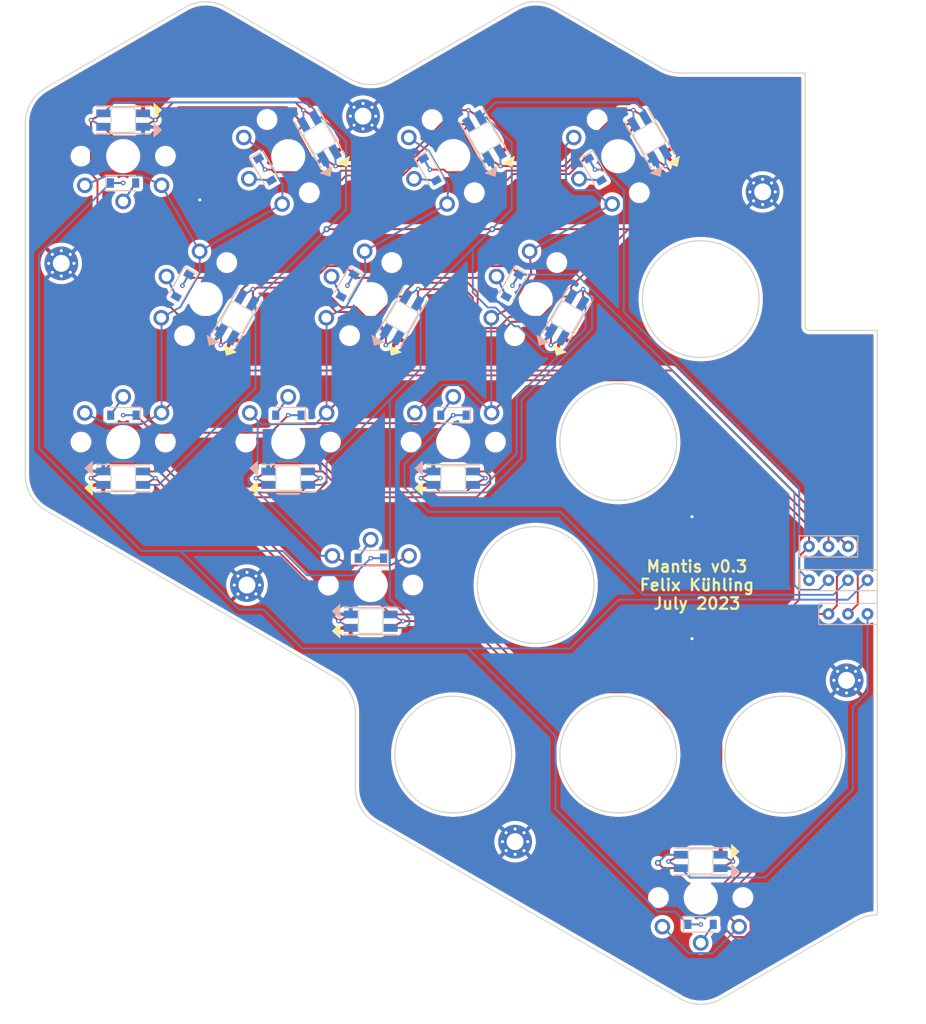
<source format=kicad_pcb>
(kicad_pcb (version 20211014) (generator pcbnew)
  (title_block (title "mantis_reversible_split") (rev "v1.0.0") (company "Unknown"))
  (layers (0 "F.Cu" signal) (31 "B.Cu" signal) (34 "B.Paste" user) (35 "F.Paste" user) (36 "B.SilkS" user "B.Silkscreen") (37 "F.SilkS" user "F.Silkscreen") (38 "B.Mask" user) (39 "F.Mask" user) (44 "Edge.Cuts" user))
  (net 0 "")
  (net 1 "C1")
  (net 2 "c1_r3")
  (net 3 "C2")
  (net 4 "c2_r3")
  (net 5 "C3")
  (net 6 "c3_r3")
  (net 7 "c1_r2")
  (net 8 "c2_r2")
  (net 9 "c3_r2")
  (net 10 "c1_r1")
  (net 11 "c2_r1")
  (net 12 "c3_r1")
  (net 13 "c1_rt")
  (net 14 "c2_rt")
  (net 15 "c3_rt")
  (net 16 "R3")
  (net 17 "R2")
  (net 18 "R1")
  (net 19 "RT")
  (net 20 "di_c1_r3")
  (net 21 "VCC")
  (net 22 "GND")
  (net 23 "di_c2_r3")
  (net 24 "di_c3_r3")
  (net 25 "di_c1_r2")
  (net 26 "di_c2_r2")
  (net 27 "di_c3_r2")
  (net 28 "di_c1_r1")
  (net 29 "di_c2_r1")
  (net 30 "di_c3_r1")
  (net 31 "di_c1_rt")
  (net 32 "di_c2_rt")
  (net 33 "di_c3_rt")
  (net 34 "do_c3_rt")
  (footprint "VIA-0.6mm" (layer "F.Cu") (at 181.45 113.08 180)
    (fp_text reference "REF**" hide)
    (fp_text value "VIA-0.6mm" hide)
  )
  (footprint "Mantis:SK6812_MINI-E" (layer "F.Cu") (at 213.570319 92.11 -120)
    (fp_text reference "LED6" hide)
    (fp_text value "" hide)
  )
  (footprint "PG1350" (layer "F.Cu") (at 231 167.7041 180)
    (fp_text reference "S12" hide)
    (fp_text value "" hide)
  )
  (footprint "VIA-0.6mm" (layer "F.Cu") (at 217.218911 72.89 -60)
    (fp_text reference "REF**" hide)
    (fp_text value "VIA-0.6mm" hide)
  )
  (footprint "VIA-0.6mm" (layer "F.Cu") (at 177.25 104.88 180)
    (fp_text reference "REF**" hide)
    (fp_text value "VIA-0.6mm" hide)
  )
  (footprint "PG1350" (layer "F.Cu") (at 209.5 89.76 60)
    (fp_text reference "S6" hide)
    (fp_text value "" hide)
  )
  (footprint "Mantis:SOD123-reversible" (layer "F.Cu") (at 177.25 104.88 180)
    (fp_text reference "D8" hide)
    (fp_text value "" hide)
  )
  (footprint "VIA-0.6mm" (layer "F.Cu") (at 215.670319 88.472693 -120)
    (fp_text reference "REF**" hide)
    (fp_text value "VIA-0.6mm" hide)
  )
  (footprint "VIA-0.6mm" (layer "F.Cu") (at 155.75 74.64)
    (fp_text reference "REF**" hide)
    (fp_text value "VIA-0.6mm" hide)
  )
  (footprint "Mantis:SK6812_MINI-E" (layer "F.Cu") (at 202.820319 68.79 -60)
    (fp_text reference "LED2" hide)
    (fp_text value "" hide)
  )
  (footprint "Mantis:SOD123-reversible" (layer "F.Cu") (at 231 171.2041)
    (fp_text reference "D12" hide)
    (fp_text value "" hide)
  )
  (footprint "VIA-0.6mm" (layer "F.Cu") (at 226.8 163.0041)
    (fp_text reference "REF**" hide)
    (fp_text value "VIA-0.6mm" hide)
  )
  (footprint "VIA-0.6mm" (layer "F.Cu") (at 184.968911 88.01 -120)
    (fp_text reference "REF**" hide)
    (fp_text value "VIA-0.6mm" hide)
  )
  (footprint "Mantis:SK6812_MINI-E" (layer "F.Cu") (at 198.75 113.08 180)
    (fp_text reference "LED9" hide)
    (fp_text value "" hide)
  )
  (footprint "VIA-0.6mm" (layer "F.Cu") (at 198.75 104.88 180)
    (fp_text reference "REF**" hide)
    (fp_text value "VIA-0.6mm" hide)
  )
  (footprint "Mantis:SOD123-reversible" (layer "F.Cu") (at 217.218911 72.89 -60)
    (fp_text reference "D3" hide)
    (fp_text value "" hide)
  )
  (footprint "Mantis:SK6812_MINI-E" (layer "F.Cu") (at 155.75 113.08 180)
    (fp_text reference "LED7" hide)
    (fp_text value "" hide)
  )
  (footprint "MountingHole:MountingHole_2.2mm_M2_Pad_Via" (layer "F.Cu") (at 206.8125 160.427931)
    (fp_text reference "PAD4" hide)
    (fp_text value "" hide)
  )
  (footprint "Mantis:SK6812_MINI-E" (layer "F.Cu") (at 181.320319 68.79 -60)
    (fp_text reference "LED1" hide)
    (fp_text value "" hide)
  )
  (footprint "PG1350" (layer "F.Cu") (at 155.75 71.14 180)
    (fp_text reference "S10" hide)
    (fp_text value "" hide)
  )
  (footprint "Mantis:SOD123-reversible" (layer "F.Cu") (at 206.468911 88.01 -120)
    (fp_text reference "D6" hide)
    (fp_text value "" hide)
  )
  (footprint "PG1350" (layer "F.Cu") (at 155.75 108.38)
    (fp_text reference "S7" hide)
    (fp_text value "" hide)
  )
  (footprint "MountingHole:MountingHole_2.2mm_M2_Pad_Via" (layer "F.Cu") (at 239.0625 75.795)
    (fp_text reference "PAD6" hide)
    (fp_text value "" hide)
  )
  (footprint "VIA-0.6mm" (layer "F.Cu") (at 231 171.2041)
    (fp_text reference "REF**" hide)
    (fp_text value "VIA-0.6mm" hide)
  )
  (footprint "Mantis:SOD123-reversible" (layer "F.Cu") (at 195.718911 72.89 -60)
    (fp_text reference "D2" hide)
    (fp_text value "" hide)
  )
  (footprint "VIA-0.6mm" (layer "F.Cu") (at 151.55 113.08 180)
    (fp_text reference "REF**" hide)
    (fp_text value "VIA-0.6mm" hide)
  )
  (footprint "Mantis:SK6812_MINI-E" (layer "F.Cu") (at 231 163.0041)
    (fp_text reference "LED12" hide)
    (fp_text value "" hide)
  )
  (footprint "MountingHole:MountingHole_2.2mm_M2_Pad_Via" (layer "F.Cu") (at 147.6875 85.105)
    (fp_text reference "PAD1" hide)
    (fp_text value "" hide)
  )
  (footprint "PG1350" (layer "F.Cu") (at 188 89.76 60)
    (fp_text reference "S5" hide)
    (fp_text value "" hide)
  )
  (footprint "PG1350" (layer "F.Cu") (at 177.25 71.14 120)
    (fp_text reference "S1" hide)
    (fp_text value "" hide)
  )
  (footprint "VIA-0.6mm" (layer "F.Cu") (at 194.170319 88.472693 -120)
    (fp_text reference "REF**" hide)
    (fp_text value "VIA-0.6mm" hide)
  )
  (footprint "VIA-0.6mm" (layer "F.Cu") (at 183.8 131.7 180)
    (fp_text reference "REF**" hide)
    (fp_text value "VIA-0.6mm" hide)
  )
  (footprint "Mantis:SOD123-reversible" (layer "F.Cu") (at 174.218911 72.89 -60)
    (fp_text reference "D1" hide)
    (fp_text value "" hide)
  )
  (footprint "VIA-0.6mm" (layer "F.Cu") (at 192.2 131.7 180)
    (fp_text reference "REF**" hide)
    (fp_text value "VIA-0.6mm" hide)
  )
  (footprint "Mantis:SK6812_MINI-E" (layer "F.Cu") (at 224.320319 68.79 -60)
    (fp_text reference "LED3" hide)
    (fp_text value "" hide)
  )
  (footprint "Mantis:SK6812_MINI-E" (layer "F.Cu") (at 192.070319 92.11 -120)
    (fp_text reference "LED5" hide)
    (fp_text value "" hide)
  )
  (footprint "VIA-0.6mm" (layer "F.Cu") (at 211.470319 95.747307 -120)
    (fp_text reference "REF**" hide)
    (fp_text value "VIA-0.6mm" hide)
  )
  (footprint "Mantis:SOD123-reversible" (layer "F.Cu") (at 163.468911 88.01 -120)
    (fp_text reference "D4" hide)
    (fp_text value "" hide)
  )
  (footprint "VIA-0.6mm" (layer "F.Cu") (at 151.55 66.44)
    (fp_text reference "REF**" hide)
    (fp_text value "VIA-0.6mm" hide)
  )
  (footprint "Mantis:SOD123-reversible" (layer "F.Cu") (at 155.75 74.64)
    (fp_text reference "D10" hide)
    (fp_text value "" hide)
  )
  (footprint "VIA-0.6mm" (layer "F.Cu") (at 159.95 113.08 180)
    (fp_text reference "REF**" hide)
    (fp_text value "VIA-0.6mm" hide)
  )
  (footprint "PG1350" (layer "F.Cu") (at 188 127)
    (fp_text reference "S11" hide)
    (fp_text value "" hide)
  )
  (footprint "VIA-0.6mm" (layer "F.Cu") (at 183.420319 72.427307 -60)
    (fp_text reference "REF**" hide)
    (fp_text value "VIA-0.6mm" hide)
  )
  (footprint "MountingHole:MountingHole_2.2mm_M2_Pad_Via" (layer "F.Cu") (at 250 139.413333)
    (fp_text reference "PAD5" hide)
    (fp_text value "" hide)
  )
  (footprint "PG1350" (layer "F.Cu") (at 198.75 71.14 120)
    (fp_text reference "S2" hide)
    (fp_text value "" hide)
  )
  (footprint "VIA-0.6mm" (layer "F.Cu") (at 173.05 113.08 180)
    (fp_text reference "REF**" hide)
    (fp_text value "VIA-0.6mm" hide)
  )
  (footprint "VIA-0.6mm" (layer "F.Cu") (at 155.75 104.88 180)
    (fp_text reference "REF**" hide)
    (fp_text value "VIA-0.6mm" hide)
  )
  (footprint "VIA-0.6mm" (layer "F.Cu") (at 189.970319 95.747307 -120)
    (fp_text reference "REF**" hide)
    (fp_text value "VIA-0.6mm" hide)
  )
  (footprint "VIA-0.6mm" (layer "F.Cu") (at 194.55 113.08 180)
    (fp_text reference "REF**" hide)
    (fp_text value "VIA-0.6mm" hide)
  )
  (footprint "VIA-0.6mm" (layer "F.Cu") (at 163.468911 88.01 -120)
    (fp_text reference "REF**" hide)
    (fp_text value "VIA-0.6mm" hide)
  )
  (footprint "VIA-0.6mm" (layer "F.Cu") (at 226.420319 72.427307 -60)
    (fp_text reference "REF**" hide)
    (fp_text value "VIA-0.6mm" hide)
  )
  (footprint "PG1350" (layer "F.Cu") (at 166.5 89.76 60)
    (fp_text reference "S4" hide)
    (fp_text value "" hide)
  )
  (footprint "PG1350" (layer "F.Cu") (at 220.25 71.14 120)
    (fp_text reference "S3" hide)
    (fp_text value "" hide)
  )
  (footprint "VIA-0.6mm" (layer "F.Cu") (at 172.670319 88.472693 -120)
    (fp_text reference "REF**" hide)
    (fp_text value "VIA-0.6mm" hide)
  )
  (footprint "VIA-0.6mm" (layer "F.Cu") (at 202.95 113.08 180)
    (fp_text reference "REF**" hide)
    (fp_text value "VIA-0.6mm" hide)
  )
  (footprint "VIA-0.6mm" (layer "F.Cu") (at 222.220319 65.152693 -60)
    (fp_text reference "REF**" hide)
    (fp_text value "VIA-0.6mm" hide)
  )
  (footprint "PG1350" (layer "F.Cu") (at 198.75 108.38)
    (fp_text reference "S9" hide)
    (fp_text value "" hide)
  )
  (footprint "Mantis:SOD123-reversible" (layer "F.Cu") (at 198.75 104.88 180)
    (fp_text reference "D9" hide)
    (fp_text value "" hide)
  )
  (footprint "VIA-0.6mm" (layer "F.Cu") (at 204.920319 72.427307 -60)
    (fp_text reference "REF**" hide)
    (fp_text value "VIA-0.6mm" hide)
  )
  (footprint "PG1350" (layer "F.Cu") (at 177.25 108.38)
    (fp_text reference "S8" hide)
    (fp_text value "" hide)
  )
  (footprint "Mantis:Connector-10pin-reversible" (layer "F.Cu") (at 254 126.366025)
    (fp_text reference "MCU1" hide)
    (fp_text value "" hide)
  )
  (footprint "Mantis:SOD123-reversible" (layer "F.Cu") (at 155.75 104.88 180)
    (fp_text reference "D7" hide)
    (fp_text value "" hide)
  )
  (footprint "MountingHole:MountingHole_2.2mm_M2_Pad_Via" (layer "F.Cu") (at 187 65.933333)
    (fp_text reference "PAD3" hide)
    (fp_text value "" hide)
  )
  (footprint "VIA-0.6mm" (layer "F.Cu") (at 195.718911 72.89 -60)
    (fp_text reference "REF**" hide)
    (fp_text value "VIA-0.6mm" hide)
  )
  (footprint "VIA-0.6mm" (layer "F.Cu") (at 235.2 163.0041)
    (fp_text reference "REF**" hide)
    (fp_text value "VIA-0.6mm" hide)
  )
  (footprint "VIA-0.6mm" (layer "F.Cu") (at 206.468911 88.01 -120)
    (fp_text reference "REF**" hide)
    (fp_text value "VIA-0.6mm" hide)
  )
  (footprint "VIA-0.6mm" (layer "F.Cu") (at 168.470319 95.747307 -120)
    (fp_text reference "REF**" hide)
    (fp_text value "VIA-0.6mm" hide)
  )
  (footprint "Mantis:SK6812_MINI-E" (layer "F.Cu") (at 170.570319 92.11 -120)
    (fp_text reference "LED4" hide)
    (fp_text value "" hide)
  )
  (footprint "VIA-0.6mm" (layer "F.Cu") (at 159.95 66.44)
    (fp_text reference "REF**" hide)
    (fp_text value "VIA-0.6mm" hide)
  )
  (footprint "Mantis:SK6812_MINI-E" (layer "F.Cu") (at 177.25 113.08 180)
    (fp_text reference "LED8" hide)
    (fp_text value "" hide)
  )
  (footprint "MountingHole:MountingHole_2.2mm_M2_Pad_Via" (layer "F.Cu") (at 171.875 127)
    (fp_text reference "PAD2" hide)
    (fp_text value "" hide)
  )
  (footprint "Mantis:SK6812_MINI-E" (layer "F.Cu") (at 155.75 66.44)
    (fp_text reference "LED10" hide)
    (fp_text value "" hide)
  )
  (footprint "VIA-0.6mm" (layer "F.Cu") (at 174.218911 72.89 -60)
    (fp_text reference "REF**" hide)
    (fp_text value "VIA-0.6mm" hide)
  )
  (footprint "VIA-0.6mm" (layer "F.Cu") (at 200.720319 65.152693 -60)
    (fp_text reference "REF**" hide)
    (fp_text value "VIA-0.6mm" hide)
  )
  (footprint "VIA-0.6mm" (layer "F.Cu") (at 179.220319 65.152693 -60)
    (fp_text reference "REF**" hide)
    (fp_text value "VIA-0.6mm" hide)
  )
  (footprint "VIA-0.6mm" (layer "F.Cu") (at 188 123.5 180)
    (fp_text reference "REF**" hide)
    (fp_text value "VIA-0.6mm" hide)
  )
  (footprint "Mantis:SOD123-reversible" (layer "F.Cu") (at 184.968911 88.01 -120)
    (fp_text reference "D5" hide)
    (fp_text value "" hide)
  )
  (footprint "Mantis:SK6812_MINI-E" (layer "F.Cu") (at 188 131.7 180)
    (fp_text reference "LED11" hide)
    (fp_text value "" hide)
  )
  (footprint "Mantis:SOD123-reversible" (layer "F.Cu") (at 188 123.5 180)
    (fp_text reference "D11" hide)
    (fp_text value "" hide)
  )
  (gr_arc (start 233.635046 180.905454) (mid 231.000001 181.611526) (end 228.364955 180.905454) (layer "Edge.Cuts") (width 0.15))
  (gr_arc (start 226.305961 69.02923) (mid 226.345921 69.332758) (end 226.15955 69.575641) (layer "Edge.Cuts") (width 0.15))
  (gr_arc (start 192.85596 93.949231) (mid 192.613078 94.135601) (end 192.30955 94.095641) (layer "Edge.Cuts") (width 0.15))
  (gr_arc (start 199.95 111.48) (mid 200.232843 111.597157) (end 200.35 111.88) (layer "Edge.Cuts") (width 0.15))
  (gr_line (start 226.30596 69.02923) (end 225.10596 66.950769) (layer "Edge.Cuts") (width 0.15))
  (gr_arc (start 200.834679 68.550769) (mid 200.794719 68.247241) (end 200.981089 68.004359) (layer "Edge.Cuts") (width 0.15))
  (gr_arc (start 168.731088 92.895641) (mid 168.544718 92.652758) (end 168.584679 92.34923) (layer "Edge.Cuts") (width 0.15))
  (gr_line (start 204.80596 69.02923) (end 203.60596 66.950769) (layer "Edge.Cuts") (width 0.15))
  (gr_line (start 224.081089 70.775641) (end 226.15955 69.575641) (layer "Edge.Cuts") (width 0.15))
  (gr_arc (start 200.35 114.28) (mid 200.232843 114.562843) (end 199.95 114.68) (layer "Edge.Cuts") (width 0.15))
  (gr_circle (center 241.75 149.0841) (end 249.35 149.0841) (layer "Edge.Cuts") (width 0.15) (fill none))
  (gr_arc (start 183.365048 139.046706) (mid 185.293968 140.975656) (end 186 143.610632) (layer "Edge.Cuts") (width 0.15))
  (gr_line (start 192.85596 93.94923) (end 194.05596 91.87077) (layer "Edge.Cuts") (width 0.15))
  (gr_arc (start 172.409551 91.324359) (mid 172.595921 91.567242) (end 172.55596 91.87077) (layer "Edge.Cuts") (width 0.15))
  (gr_arc (start 181.55955 66.804359) (mid 181.863078 66.764399) (end 182.10596 66.950769) (layer "Edge.Cuts") (width 0.15))
  (gr_arc (start 178.45 111.48) (mid 178.732843 111.597157) (end 178.85 111.88) (layer "Edge.Cuts") (width 0.15))
  (gr_line (start 212.784679 90.270769) (end 211.584679 92.34923) (layer "Edge.Cuts") (width 0.15))
  (gr_arc (start 211.731088 92.895641) (mid 211.544718 92.652758) (end 211.584679 92.34923) (layer "Edge.Cuts") (width 0.15))
  (gr_line (start 183.365048 139.046706) (end 145.634952 117.262694) (layer "Edge.Cuts") (width 0.15))
  (gr_line (start 169.135045 51.731981) (end 185.364952 61.10255) (layer "Edge.Cuts") (width 0.15))
  (gr_arc (start 143 66.821236) (mid 143.706033 64.186258) (end 145.634956 62.257307) (layer "Edge.Cuts") (width 0.15))
  (gr_line (start 156.95 111.48) (end 154.55 111.48) (layer "Edge.Cuts") (width 0.15))
  (gr_arc (start 190.635048 61.10255) (mid 188 61.808624) (end 185.364952 61.10255) (layer "Edge.Cuts") (width 0.15))
  (gr_arc (start 157.35 114.28) (mid 157.232843 114.562843) (end 156.95 114.68) (layer "Edge.Cuts") (width 0.15))
  (gr_line (start 191.284679 90.270769) (end 190.084679 92.34923) (layer "Edge.Cuts") (width 0.15))
  (gr_line (start 181.55955 66.804359) (end 179.481089 68.004359) (layer "Edge.Cuts") (width 0.15))
  (gr_line (start 172.40955 91.324359) (end 170.331089 90.124359) (layer "Edge.Cuts") (width 0.15))
  (gr_line (start 224.55955 66.804359) (end 222.481089 68.004359) (layer "Edge.Cuts") (width 0.15))
  (gr_line (start 200.834679 68.550769) (end 202.034679 70.62923) (layer "Edge.Cuts") (width 0.15))
  (gr_arc (start 179.334679 68.550769) (mid 179.294719 68.247241) (end 179.481089 68.004359) (layer "Edge.Cuts") (width 0.15))
  (gr_line (start 229.4 161.8041) (end 229.4 164.2041) (layer "Edge.Cuts") (width 0.15))
  (gr_arc (start 212.784679 90.270769) (mid 213.027561 90.084399) (end 213.331089 90.124359) (layer "Edge.Cuts") (width 0.15))
  (gr_arc (start 154.15 111.88) (mid 154.267157 111.597157) (end 154.55 111.48) (layer "Edge.Cuts") (width 0.15))
  (gr_arc (start 229.4 161.8041) (mid 229.517157 161.521257) (end 229.8 161.4041) (layer "Edge.Cuts") (width 0.15))
  (gr_arc (start 232.2 161.4041) (mid 232.482843 161.521257) (end 232.6 161.8041) (layer "Edge.Cuts") (width 0.15))
  (gr_line (start 245.11 93.834533) (end 254 93.834533) (layer "Edge.Cuts") (width 0.15))
  (gr_line (start 190.635048 61.10255) (end 206.864953 51.731982) (layer "Edge.Cuts") (width 0.15))
  (gr_line (start 232.6 164.2041) (end 232.6 161.8041) (layer "Edge.Cuts") (width 0.15))
  (gr_arc (start 163.864953 51.731979) (mid 166.499999 51.025907) (end 169.135045 51.731981) (layer "Edge.Cuts") (width 0.15))
  (gr_line (start 222.334679 68.550769) (end 223.534679 70.62923) (layer "Edge.Cuts") (width 0.15))
  (gr_arc (start 202.581089 70.77564) (mid 202.277561 70.8156) (end 202.034679 70.62923) (layer "Edge.Cuts") (width 0.15))
  (gr_arc (start 183.305961 69.02923) (mid 183.345921 69.332758) (end 183.15955 69.575641) (layer "Edge.Cuts") (width 0.15))
  (gr_arc (start 156.95 111.48) (mid 157.232843 111.597157) (end 157.35 111.88) (layer "Edge.Cuts") (width 0.15))
  (gr_line (start 212.135048 51.731981) (end 225.777189 59.60846) (layer "Edge.Cuts") (width 0.15))
  (gr_arc (start 224.081089 70.77564) (mid 223.777561 70.8156) (end 223.534679 70.62923) (layer "Edge.Cuts") (width 0.15))
  (gr_line (start 143 112.698768) (end 143 66.821236) (layer "Edge.Cuts") (width 0.15))
  (gr_line (start 157.35 114.28) (end 157.35 111.88) (layer "Edge.Cuts") (width 0.15))
  (gr_line (start 228.364955 180.905454) (end 188.634954 157.966794) (layer "Edge.Cuts") (width 0.15))
  (gr_line (start 186 153.402866) (end 186 143.610632) (layer "Edge.Cuts") (width 0.15))
  (gr_arc (start 169.784679 90.270769) (mid 170.027561 90.084399) (end 170.331089 90.124359) (layer "Edge.Cuts") (width 0.15))
  (gr_arc (start 203.05955 66.804359) (mid 203.363078 66.764399) (end 203.60596 66.950769) (layer "Edge.Cuts") (width 0.15))
  (gr_arc (start 175.65 111.88) (mid 175.767157 111.597157) (end 176.05 111.48) (layer "Edge.Cuts") (width 0.15))
  (gr_line (start 200.35 114.28) (end 200.35 111.88) (layer "Edge.Cuts") (width 0.15))
  (gr_circle (center 198.75 149.0841) (end 206.35 149.0841) (layer "Edge.Cuts") (width 0.15) (fill none))
  (gr_line (start 203.05955 66.804359) (end 200.981089 68.004359) (layer "Edge.Cuts") (width 0.15))
  (gr_arc (start 251.364955 170.668853) (mid 252.635999 170.142359) (end 254 169.962781) (layer "Edge.Cuts") (width 0.15))
  (gr_line (start 154.15 111.88) (end 154.15 114.28) (layer "Edge.Cuts") (width 0.15))
  (gr_line (start 154.15 65.24) (end 154.15 67.64) (layer "Edge.Cuts") (width 0.15))
  (gr_line (start 168.731089 92.895641) (end 170.80955 94.095641) (layer "Edge.Cuts") (width 0.15))
  (gr_line (start 175.65 111.88) (end 175.65 114.28) (layer "Edge.Cuts") (width 0.15))
  (gr_line (start 254 169.962781) (end 254 93.834533) (layer "Edge.Cuts") (width 0.15))
  (gr_line (start 215.40955 91.324359) (end 213.331089 90.124359) (layer "Edge.Cuts") (width 0.15))
  (gr_arc (start 245.11 93.834533) (mid 244.756447 93.688086) (end 244.61 93.334533) (layer "Edge.Cuts") (width 0.15))
  (gr_arc (start 228.412235 60.314533) (mid 227.048233 60.134955) (end 225.777189 59.60846) (layer "Edge.Cuts") (width 0.15))
  (gr_circle (center 231 89.76) (end 238.6 89.76) (layer "Edge.Cuts") (width 0.15) (fill none))
  (gr_arc (start 154.55 114.68) (mid 154.267157 114.562843) (end 154.15 114.28) (layer "Edge.Cuts") (width 0.15))
  (gr_line (start 197.15 111.88) (end 197.15 114.28) (layer "Edge.Cuts") (width 0.15))
  (gr_arc (start 232.6 164.2041) (mid 232.482843 164.486943) (end 232.2 164.6041) (layer "Edge.Cuts") (width 0.15))
  (gr_circle (center 220.25 149.0841) (end 227.85 149.0841) (layer "Edge.Cuts") (width 0.15) (fill none))
  (gr_line (start 229.8 164.6041) (end 232.2 164.6041) (layer "Edge.Cuts") (width 0.15))
  (gr_line (start 186.4 130.5) (end 186.4 132.9) (layer "Edge.Cuts") (width 0.15))
  (gr_line (start 178.45 111.48) (end 176.05 111.48) (layer "Edge.Cuts") (width 0.15))
  (gr_arc (start 171.35596 93.949231) (mid 171.113078 94.135601) (end 170.80955 94.095641) (layer "Edge.Cuts") (width 0.15))
  (gr_arc (start 186.4 130.5) (mid 186.517157 130.217157) (end 186.8 130.1) (layer "Edge.Cuts") (width 0.15))
  (gr_arc (start 154.15 65.24) (mid 154.267157 64.957157) (end 154.55 64.84) (layer "Edge.Cuts") (width 0.15))
  (gr_line (start 199.95 111.48) (end 197.55 111.48) (layer "Edge.Cuts") (width 0.15))
  (gr_arc (start 178.85 114.28) (mid 178.732843 114.562843) (end 178.45 114.68) (layer "Edge.Cuts") (width 0.15))
  (gr_line (start 251.364955 170.668853) (end 233.635045 180.905454) (layer "Edge.Cuts") (width 0.15))
  (gr_arc (start 176.05 114.68) (mid 175.767157 114.562843) (end 175.65 114.28) (layer "Edge.Cuts") (width 0.15))
  (gr_arc (start 222.334679 68.550769) (mid 222.294719 68.247241) (end 222.481089 68.004359) (layer "Edge.Cuts") (width 0.15))
  (gr_arc (start 193.909551 91.324359) (mid 194.095921 91.567242) (end 194.05596 91.87077) (layer "Edge.Cuts") (width 0.15))
  (gr_arc (start 191.284679 90.270769) (mid 191.527561 90.084399) (end 191.831089 90.124359) (layer "Edge.Cuts") (width 0.15))
  (gr_line (start 193.90955 91.324359) (end 191.831089 90.124359) (layer "Edge.Cuts") (width 0.15))
  (gr_arc (start 189.2 130.1) (mid 189.482843 130.217157) (end 189.6 130.5) (layer "Edge.Cuts") (width 0.15))
  (gr_arc (start 206.864953 51.731981) (mid 209.500001 51.025907) (end 212.135048 51.731981) (layer "Edge.Cuts") (width 0.15))
  (gr_line (start 190.231089 92.895641) (end 192.30955 94.095641) (layer "Edge.Cuts") (width 0.15))
  (gr_line (start 145.634956 62.257307) (end 163.864953 51.731979) (layer "Edge.Cuts") (width 0.15))
  (gr_line (start 211.731089 92.895641) (end 213.80955 94.095641) (layer "Edge.Cuts") (width 0.15))
  (gr_line (start 189.6 132.9) (end 189.6 130.5) (layer "Edge.Cuts") (width 0.15))
  (gr_arc (start 157.35 67.64) (mid 157.232843 67.922843) (end 156.95 68.04) (layer "Edge.Cuts") (width 0.15))
  (gr_line (start 179.334679 68.550769) (end 180.534679 70.62923) (layer "Edge.Cuts") (width 0.15))
  (gr_line (start 154.55 114.68) (end 156.95 114.68) (layer "Edge.Cuts") (width 0.15))
  (gr_circle (center 220.25 108.38) (end 227.85 108.38) (layer "Edge.Cuts") (width 0.15) (fill none))
  (gr_arc (start 189.6 132.9) (mid 189.482843 133.182843) (end 189.2 133.3) (layer "Edge.Cuts") (width 0.15))
  (gr_line (start 189.2 130.1) (end 186.8 130.1) (layer "Edge.Cuts") (width 0.15))
  (gr_line (start 169.784679 90.270769) (end 168.584679 92.34923) (layer "Edge.Cuts") (width 0.15))
  (gr_line (start 232.2 161.4041) (end 229.8 161.4041) (layer "Edge.Cuts") (width 0.15))
  (gr_arc (start 156.95 64.84) (mid 157.232843 64.957157) (end 157.35 65.24) (layer "Edge.Cuts") (width 0.15))
  (gr_line (start 181.081089 70.775641) (end 183.15955 69.575641) (layer "Edge.Cuts") (width 0.15))
  (gr_arc (start 204.805961 69.02923) (mid 204.845921 69.332758) (end 204.65955 69.575641) (layer "Edge.Cuts") (width 0.15))
  (gr_arc (start 145.634952 117.262694) (mid 143.706032 115.333744) (end 143 112.698768) (layer "Edge.Cuts") (width 0.15))
  (gr_line (start 202.581089 70.775641) (end 204.65955 69.575641) (layer "Edge.Cuts") (width 0.15))
  (gr_arc (start 188.634954 157.966793) (mid 186.706033 156.037843) (end 186 153.402866) (layer "Edge.Cuts") (width 0.15))
  (gr_arc (start 190.231088 92.895641) (mid 190.044718 92.652758) (end 190.084679 92.34923) (layer "Edge.Cuts") (width 0.15))
  (gr_line (start 176.05 114.68) (end 178.45 114.68) (layer "Edge.Cuts") (width 0.15))
  (gr_arc (start 224.55955 66.804359) (mid 224.863078 66.764399) (end 225.10596 66.950769) (layer "Edge.Cuts") (width 0.15))
  (gr_line (start 197.55 114.68) (end 199.95 114.68) (layer "Edge.Cuts") (width 0.15))
  (gr_arc (start 215.409551 91.324359) (mid 215.595921 91.567242) (end 215.55596 91.87077) (layer "Edge.Cuts") (width 0.15))
  (gr_arc (start 154.55 68.04) (mid 154.267157 67.922843) (end 154.15 67.64) (layer "Edge.Cuts") (width 0.15))
  (gr_circle (center 209.5 127) (end 217.1 127) (layer "Edge.Cuts") (width 0.15) (fill none))
  (gr_line (start 244.61 60.314533) (end 228.412235 60.314533) (layer "Edge.Cuts") (width 0.15))
  (gr_line (start 244.61 60.314533) (end 244.61 93.334533) (layer "Edge.Cuts") (width 0.15))
  (gr_line (start 186.8 133.3) (end 189.2 133.3) (layer "Edge.Cuts") (width 0.15))
  (gr_line (start 214.35596 93.94923) (end 215.55596 91.87077) (layer "Edge.Cuts") (width 0.15))
  (gr_arc (start 197.55 114.68) (mid 197.267157 114.562843) (end 197.15 114.28) (layer "Edge.Cuts") (width 0.15))
  (gr_line (start 178.85 114.28) (end 178.85 111.88) (layer "Edge.Cuts") (width 0.15))
  (gr_line (start 156.95 64.84) (end 154.55 64.84) (layer "Edge.Cuts") (width 0.15))
  (gr_arc (start 214.35596 93.949231) (mid 214.113078 94.135601) (end 213.80955 94.095641) (layer "Edge.Cuts") (width 0.15))
  (gr_line (start 157.35 67.64) (end 157.35 65.24) (layer "Edge.Cuts") (width 0.15))
  (gr_arc (start 197.15 111.88) (mid 197.267157 111.597157) (end 197.55 111.48) (layer "Edge.Cuts") (width 0.15))
  (gr_line (start 183.30596 69.02923) (end 182.10596 66.950769) (layer "Edge.Cuts") (width 0.15))
  (gr_arc (start 229.8 164.6041) (mid 229.517157 164.486943) (end 229.4 164.2041) (layer "Edge.Cuts") (width 0.15))
  (gr_arc (start 186.8 133.3) (mid 186.517157 133.182843) (end 186.4 132.9) (layer "Edge.Cuts") (width 0.15))
  (gr_line (start 171.35596 93.94923) (end 172.55596 91.87077) (layer "Edge.Cuts") (width 0.15))
  (gr_line (start 154.55 68.04) (end 156.95 68.04) (layer "Edge.Cuts") (width 0.15))
  (gr_arc (start 181.081089 70.77564) (mid 180.777561 70.8156) (end 180.534679 70.62923) (layer "Edge.Cuts") (width 0.15))
  (gr_text "Mantis v0.3\nFelix Kühling\nJuly 2023" (at 230.505 127) (layer "F.SilkS") (effects (font (size 1.5 1.5) (thickness 0.3))))
  (segment (start 250.19 121.966025) (end 227.283975 99.06) (width 0.25) (layer "F.Cu") (net 1))
  (segment (start 166.27 99.06) (end 160.75 104.58) (width 0.25) (layer "F.Cu") (net 1))
  (segment (start 227.283975 99.06) (end 166.27 99.06) (width 0.25) (layer "F.Cu") (net 1))
  (segment (start 173.99 70.485) (end 176.53 74.93) (width 0.25) (layer "B.Cu") (net 1))
  (segment (start 165.709103 83.529873) (end 160.75 74.94) (width 0.25) (layer "B.Cu") (net 1))
  (segment (start 160.75 104.58) (end 160.75 92.231024) (width 0.25) (layer "B.Cu") (net 1))
  (segment (start 165.735 86.36) (end 165.709103 83.529873) (width 0.25) (layer "B.Cu") (net 1))
  (segment (start 158.115 106.045) (end 160.75 104.58) (width 0.25) (layer "B.Cu") (net 1))
  (segment (start 153.67 73.66) (end 158.115 73.66) (width 0.25) (layer "B.Cu") (net 1))
  (segment (start 150.75 104.58) (end 153.67 106.045) (width 0.25) (layer "B.Cu") (net 1))
  (segment (start 160.709103 92.190127) (end 163.195 90.805) (width 0.25) (layer "B.Cu") (net 1))
  (segment (start 176.53 74.93) (end 176.459103 77.370127) (width 0.25) (layer "B.Cu") (net 1))
  (segment (start 150.75 74.94) (end 153.67 73.66) (width 0.25) (layer "B.Cu") (net 1))
  (segment (start 163.195 90.805) (end 165.735 86.36) (width 0.25) (layer "B.Cu") (net 1))
  (segment (start 158.115 73.66) (end 160.75 74.94) (width 0.25) (layer "B.Cu") (net 1))
  (segment (start 160.75 92.231024) (end 160.709103 92.190127) (width 0.25) (layer "B.Cu") (net 1))
  (segment (start 165.709103 83.529873) (end 176.459103 77.370127) (width 0.25) (layer "B.Cu") (net 1))
  (segment (start 171.459103 68.709873) (end 173.99 70.485) (width 0.25) (layer "B.Cu") (net 1))
  (segment (start 153.67 106.045) (end 158.115 106.045) (width 0.25) (layer "B.Cu") (net 1))
  (segment (start 172.14045 74.09) (end 175.034811 74.303544) (width 0.25) (layer "F.Cu") (net 2))
  (segment (start 172.14045 74.09) (end 175.035199 74.303851) (width 0.25) (layer "B.Cu") (net 2))
  (segment (start 183 123.2) (end 185.42 124.46) (width 0.25) (layer "F.Cu") (net 3))
  (segment (start 185.42 124.46) (end 190.5 124.46) (width 0.25) (layer "F.Cu") (net 3))
  (segment (start 226.695 99.695) (end 187.135 99.695) (width 0.25) (layer "F.Cu") (net 3))
  (segment (start 187.135 99.695) (end 182.25 104.58) (width 0.25) (layer "F.Cu") (net 3))
  (segment (start 247.65 121.966025) (end 247.65 120.65) (width 0.25) (layer "F.Cu") (net 3))
  (segment (start 247.65 120.65) (end 226.695 99.695) (width 0.25) (layer "F.Cu") (net 3))
  (segment (start 190.5 124.46) (end 193 123.2) (width 0.25) (layer "F.Cu") (net 3))
  (segment (start 182.25 92.231024) (end 182.209103 92.190127) (width 0.25) (layer "B.Cu") (net 3))
  (segment (start 173.265999 105.595999) (end 173.265999 111.849001) (width 0.25) (layer "B.Cu") (net 3))
  (segment (start 182.25 104.58) (end 180.785 106.045) (width 0.25) (layer "B.Cu") (net 3))
  (segment (start 192.959103 68.709873) (end 195.58 70.485) (width 0.25) (layer "B.Cu") (net 3))
  (segment (start 182.209103 92.190127) (end 184.785 90.805) (width 0.25) (layer "B.Cu") (net 3))
  (segment (start 172.085 113.665) (end 181.62 123.2) (width 0.25) (layer "B.Cu") (net 3))
  (segment (start 172.25 104.58) (end 173.715 106.045) (width 0.25) (layer "B.Cu") (net 3))
  (segment (start 180.785 106.045) (end 173.715 106.045) (width 0.25) (layer "B.Cu") (net 3))
  (segment (start 195.58 70.485) (end 198.12 74.93) (width 0.25) (layer "B.Cu") (net 3))
  (segment (start 173.265999 111.849001) (end 172.085 113.03) (width 0.25) (layer "B.Cu") (net 3))
  (segment (start 187.325 86.36) (end 187.209103 83.529873) (width 0.25) (layer "B.Cu") (net 3))
  (segment (start 198.12 74.93) (end 197.959103 77.370127) (width 0.25) (layer "B.Cu") (net 3))
  (segment (start 187.209103 83.529873) (end 197.959103 77.370127) (width 0.25) (layer "B.Cu") (net 3))
  (segment (start 184.785 90.805) (end 187.325 86.36) (width 0.25) (layer "B.Cu") (net 3))
  (segment (start 181.62 123.2) (end 183 123.2) (width 0.25) (layer "B.Cu") (net 3))
  (segment (start 182.25 104.58) (end 182.25 92.231024) (width 0.25) (layer "B.Cu") (net 3))
  (segment (start 172.085 113.03) (end 172.085 113.665) (width 0.25) (layer "B.Cu") (net 3))
  (segment (start 193.64045 74.09) (end 196.534811 74.303544) (width 0.25) (layer "F.Cu") (net 4))
  (segment (start 193.64045 74.09) (end 196.535199 74.303851) (width 0.25) (layer "B.Cu") (net 4))
  (segment (start 234.315 166.37) (end 236.855 163.83) (width 0.25) (layer "F.Cu") (net 5))
  (segment (start 236.855 163.83) (end 236.855 160.655) (width 0.25) (layer "F.Cu") (net 5))
  (segment (start 236 171.5041) (end 234.315 169.8191) (width 0.25) (layer "F.Cu") (net 5))
  (segment (start 243.84 128.905) (end 243.84 123.236025) (width 0.25) (layer "F.Cu") (net 5))
  (segment (start 243.84 123.236025) (end 245.11 121.966025) (width 0.25) (layer "F.Cu") (net 5))
  (segment (start 208.915 86.36) (end 206.375 90.805) (width 0.25) (layer "F.Cu") (net 5))
  (segment (start 233.045 139.7) (end 243.84 128.905) (width 0.25) (layer "F.Cu") (net 5))
  (segment (start 208 100.33) (end 203.75 104.58) (width 0.25) (layer "F.Cu") (net 5))
  (segment (start 245.11 119.38) (end 226.06 100.33) (width 0.25) (layer "F.Cu") (net 5))
  (segment (start 233.045 156.845) (end 233.045 139.7) (width 0.25) (layer "F.Cu") (net 5))
  (segment (start 234.315 169.8191) (end 234.315 166.37) (width 0.25) (layer "F.Cu") (net 5))
  (segment (start 245.11 121.966025) (end 245.11 119.38) (width 0.25) (layer "F.Cu") (net 5))
  (segment (start 226.06 100.33) (end 208 100.33) (width 0.25) (layer "F.Cu") (net 5))
  (segment (start 236.855 160.655) (end 233.045 156.845) (width 0.25) (layer "F.Cu") (net 5))
  (segment (start 208.709103 83.529873) (end 208.915 86.36) (width 0.25) (layer "F.Cu") (net 5))
  (segment (start 206.375 90.805) (end 203.709103 92.190127) (width 0.25) (layer "F.Cu") (net 5))
  (segment (start 217.17 75.565) (end 218.975127 77.370127) (width 0.25) (layer "B.Cu") (net 5))
  (segment (start 200.135 100.965) (end 203.75 104.58) (width 0.25) (layer "B.Cu") (net 5))
  (segment (start 197.365 100.965) (end 200.135 100.965) (width 0.25) (layer "B.Cu") (net 5))
  (segment (start 218.975127 77.370127) (end 219.459103 77.370127) (width 0.25) (layer "B.Cu") (net 5))
  (segment (start 232.559489 174.944611) (end 236 171.5041) (width 0.25) (layer "B.Cu") (net 5))
  (segment (start 193.75 104.58) (end 197.365 100.965) (width 0.25) (layer "B.Cu") (net 5))
  (segment (start 208.709103 83.529873) (end 219.459103 77.370127) (width 0.25) (layer "B.Cu") (net 5))
  (segment (start 203.709103 92.190127) (end 203.709103 104.539103) (width 0.25) (layer "B.Cu") (net 5))
  (segment (start 213.443104 74.378104) (end 214.63 75.565) (width 0.25) (layer "B.Cu") (net 5))
  (segment (start 226 171.5041) (end 229.440511 174.944611) (width 0.25) (layer "B.Cu") (net 5))
  (segment (start 214.459103 68.709873) (end 213.443104 69.725872) (width 0.25) (layer "B.Cu") (net 5))
  (segment (start 214.63 75.565) (end 217.17 75.565) (width 0.25) (layer "B.Cu") (net 5))
  (segment (start 213.443104 69.725872) (end 213.443104 74.378104) (width 0.25) (layer "B.Cu") (net 5))
  (segment (start 229.440511 174.944611) (end 232.559489 174.944611) (width 0.25) (layer "B.Cu") (net 5))
  (segment (start 215.14045 74.09) (end 218.034811 74.303544) (width 0.25) (layer "F.Cu") (net 6))
  (segment (start 215.14045 74.09) (end 218.035199 74.303851) (width 0.25) (layer "B.Cu") (net 6))
  (segment (start 161.39045 86.81) (end 162.652696 89.423362) (width 0.25) (layer "F.Cu") (net 7))
  (segment (start 161.39045 86.81) (end 162.652623 89.423851) (width 0.25) (layer "B.Cu") (net 7))
  (segment (start 182.89045 86.81) (end 184.152696 89.423362) (width 0.25) (layer "F.Cu") (net 8))
  (segment (start 182.89045 86.81) (end 184.152623 89.423851) (width 0.25) (layer "B.Cu") (net 8))
  (segment (start 204.39045 86.81) (end 205.652696 89.423362) (width 0.25) (layer "F.Cu") (net 9))
  (segment (start 204.39045 86.81) (end 205.652623 89.423851) (width 0.25) (layer "B.Cu") (net 9))
  (segment (start 155.75 102.48) (end 154.117885 104.879818) (width 0.25) (layer "F.Cu") (net 10))
  (segment (start 155.75 102.48) (end 154.117425 104.88) (width 0.25) (layer "B.Cu") (net 10))
  (segment (start 177.25 102.48) (end 175.617885 104.879818) (width 0.25) (layer "F.Cu") (net 11))
  (segment (start 177.25 102.48) (end 175.617425 104.88) (width 0.25) (layer "B.Cu") (net 11))
  (segment (start 198.75 102.48) (end 197.117885 104.879818) (width 0.25) (layer "F.Cu") (net 12))
  (segment (start 198.75 102.48) (end 197.117425 104.88) (width 0.25) (layer "B.Cu") (net 12))
  (segment (start 155.75 77.04) (end 157.382115 74.640182) (width 0.25) (layer "F.Cu") (net 13))
  (segment (start 155.75 77.04) (end 157.382575 74.64) (width 0.25) (layer "B.Cu") (net 13))
  (segment (start 188 121.1) (end 186.367885 123.499818) (width 0.25) (layer "F.Cu") (net 14))
  (segment (start 188 121.1) (end 186.367425 123.5) (width 0.25) (layer "B.Cu") (net 14))
  (segment (start 232.632115 171.204282) (end 231 173.6041) (width 0.25) (layer "F.Cu") (net 15))
  (segment (start 232.632575 171.2041) (end 231 173.6041) (width 0.25) (layer "B.Cu") (net 15))
  (segment (start 173.384811 71.44566) (end 174.218911 72.89) (width 0.25) (layer "F.Cu") (net 16))
  (segment (start 174.218911 72.89) (end 175.064533 72.89) (width 0.25) (layer "F.Cu") (net 16))
  (segment (start 180.226163 73.229021) (end 181.292142 74.295) (width 0.25) (layer "F.Cu") (net 16))
  (segment (start 216.384811 71.44566) (end 217.218911 72.89) (width 0.25) (layer "F.Cu") (net 16))
  (segment (start 206.56048 73.47452) (end 213.86016 73.47452) (width 0.25) (layer "F.Cu") (net 16))
  (segment (start 197.545677 72.89) (end 197.884698 73.229021) (width 0.25) (layer "F.Cu") (net 16))
  (segment (start 201.499021 73.229021) (end 202.565 74.295) (width 0.25) (layer "F.Cu") (net 16))
  (segment (start 213.86016 73.47452) (end 215.88902 71.44566) (width 0.25) (layer "F.Cu") (net 16))
  (segment (start 184.15 74.295) (end 184.785 73.66) (width 0.25) (layer "F.Cu") (net 16))
  (segment (start 192.17468 73.66) (end 194.38902 71.44566) (width 0.25) (layer "F.Cu") (net 16))
  (segment (start 181.292142 74.295) (end 184.15 74.295) (width 0.25) (layer "F.Cu") (net 16))
  (segment (start 194.884811 71.44566) (end 195.718911 72.89) (width 0.25) (layer "F.Cu") (net 16))
  (segment (start 202.565 74.295) (end 205.74 74.295) (width 0.25) (layer "F.Cu") (net 16))
  (segment (start 195.718911 72.89) (end 197.545677 72.89) (width 0.25) (layer "F.Cu") (net 16))
  (segment (start 194.38902 71.44566) (end 194.884811 71.44566) (width 0.25) (layer "F.Cu") (net 16))
  (segment (start 205.74 74.295) (end 206.56048 73.47452) (width 0.25) (layer "F.Cu") (net 16))
  (segment (start 175.403554 73.229021) (end 180.226163 73.229021) (width 0.25) (layer "F.Cu") (net 16))
  (segment (start 215.88902 71.44566) (end 216.384811 71.44566) (width 0.25) (layer "F.Cu") (net 16))
  (segment (start 197.884698 73.229021) (end 201.499021 73.229021) (width 0.25) (layer "F.Cu") (net 16))
  (segment (start 184.785 73.66) (end 192.17468 73.66) (width 0.25) (layer "F.Cu") (net 16))
  (segment (start 175.064533 72.89) (end 175.403554 73.229021) (width 0.25) (layer "F.Cu") (net 16))
  (segment (start 216.385198 71.445968) (end 217.218911 72.89) (width 0.25) (layer "B.Cu") (net 16))
  (segment (start 220.98 91.44) (end 220.98 75.565) (width 0.25) (layer "B.Cu") (net 16))
  (segment (start 243.84 125.096025) (end 243.84 114.3) (width 0.25) (layer "B.Cu") (net 16))
  (segment (start 245.11 126.366025) (end 243.84 125.096025) (width 0.25) (layer "B.Cu") (net 16))
  (segment (start 218.305 72.89) (end 217.218911 72.89) (width 0.25) (layer "B.Cu") (net 16))
  (segment (start 194.885198 71.445968) (end 195.718911 72.89) (width 0.25) (layer "B.Cu") (net 16))
  (segment (start 173.385198 71.445968) (end 174.218911 72.89) (width 0.25) (layer "B.Cu") (net 16))
  (segment (start 220.98 75.565) (end 218.305 72.89) (width 0.25) (layer "B.Cu") (net 16))
  (segment (start 243.84 114.3) (end 220.98 91.44) (width 0.25) (layer "B.Cu") (net 16))
  (segment (start 201.93 86.995) (end 203.455511 85.469489) (width 0.25) (layer "F.Cu") (net 17))
  (segment (start 185.802696 86.565478) (end 184.968911 88.01) (width 0.25) (layer "F.Cu") (net 17))
  (segment (start 184.706707 85.469489) (end 185.802696 86.565478) (width 0.25) (layer "F.Cu") (net 17))
  (segment (start 164.732218 86.995) (end 180.80968 86.995) (width 0.25) (layer "F.Cu") (net 17))
  (segment (start 203.455511 85.469489) (end 206.206707 85.469489) (width 0.25) (layer "F.Cu") (net 17))
  (segment (start 186.232218 86.995) (end 201.93 86.995) (width 0.25) (layer "F.Cu") (net 17))
  (segment (start 206.206707 85.469489) (end 207.302696 86.565478) (width 0.25) (layer "F.Cu") (net 17))
  (segment (start 207.302696 86.565478) (end 206.468911 88.01) (width 0.25) (layer "F.Cu") (net 17))
  (segment (start 180.80968 86.995) (end 182.335191 85.469489) (width 0.25) (layer "F.Cu") (net 17))
  (segment (start 164.302696 86.565478) (end 164.732218 86.995) (width 0.25) (layer "F.Cu") (net 17))
  (segment (start 182.335191 85.469489) (end 184.706707 85.469489) (width 0.25) (layer "F.Cu") (net 17))
  (segment (start 185.802696 86.565478) (end 186.232218 86.995) (width 0.25) (layer "F.Cu") (net 17))
  (segment (start 164.302696 86.565478) (end 163.468911 88.01) (width 0.25) (layer "F.Cu") (net 17))
  (segment (start 214.835968 86.565968) (end 243.205 114.935) (width 0.25) (layer "B.Cu") (net 17))
  (segment (start 246.381025 127.635) (end 247.65 126.366025) (width 0.25) (layer "B.Cu") (net 17))
  (segment (start 164.302624 86.565968) (end 163.468911 88.01) (width 0.25) (layer "B.Cu") (net 17))
  (segment (start 207.302624 86.565968) (end 214.835968 86.565968) (width 0.25) (layer "B.Cu") (net 17))
  (segment (start 243.84 127.635) (end 246.381025 127.635) (width 0.25) (layer "B.Cu") (net 17))
  (segment (start 243.205 114.935) (end 243.205 127) (width 0.25) (layer "B.Cu") (net 17))
  (segment (start 185.802624 86.565968) (end 184.968911 88.01) (width 0.25) (layer "B.Cu") (net 17))
  (segment (start 243.205 127) (end 243.84 127.635) (width 0.25) (layer "B.Cu") (net 17))
  (segment (start 207.302624 86.565968) (end 206.468911 88.01) (width 0.25) (layer "B.Cu") (net 17))
  (segment (start 174.975421 107.154579) (end 176.209489 105.920511) (width 0.25) (layer "F.Cu") (net 18))
  (segment (start 197.709489 105.920511) (end 198.75 104.88) (width 0.25) (layer "F.Cu") (net 18))
  (segment (start 178.917885 104.879818) (end 177.25 104.88) (width 0.25) (layer "F.Cu") (net 18))
  (segment (start 157.417885 104.879818) (end 155.75 104.88) (width 0.25) (layer "F.Cu") (net 18))
  (segment (start 176.209489 105.920511) (end 177.25 104.88) (width 0.25) (layer "F.Cu") (net 18))
  (segment (start 200.417885 104.879818) (end 198.75 104.88) (width 0.25) (layer "F.Cu") (net 18))
  (segment (start 157.417885 104.879818) (end 159.692646 107.154579) (width 0.25) (layer "F.Cu") (net 18))
  (segment (start 176.209489 105.920511) (end 197.709489 105.920511) (width 0.25) (layer "F.Cu") (net 18))
  (segment (start 159.692646 107.154579) (end 174.975421 107.154579) (width 0.25) (layer "F.Cu") (net 18))
  (segment (start 178.917425 104.88) (end 177.25 104.88) (width 0.25) (layer "B.Cu") (net 18))
  (segment (start 192.405 111.225) (end 198.75 104.88) (width 0.25) (layer "B.Cu") (net 18))
  (segment (start 212.725 117.475) (end 195.58 117.475) (width 0.25) (layer "B.Cu") (net 18))
  (segment (start 223.52 128.27) (end 212.725 117.475) (width 0.25) (layer "B.Cu") (net 18))
  (segment (start 192.405 114.3) (end 192.405 111.225) (width 0.25) (layer "B.Cu") (net 18))
  (segment (start 195.58 117.475) (end 192.405 114.3) (width 0.25) (layer "B.Cu") (net 18))
  (segment (start 200.417425 104.88) (end 198.75 104.88) (width 0.25) (layer "B.Cu") (net 18))
  (segment (start 157.417425 104.88) (end 155.75 104.88) (width 0.25) (layer "B.Cu") (net 18))
  (segment (start 248.286025 128.27) (end 223.52 128.27) (width 0.25) (layer "B.Cu") (net 18))
  (segment (start 250.19 126.366025) (end 248.286025 128.27) (width 0.25) (layer "B.Cu") (net 18))
  (segment (start 155.749818 74.640182) (end 155.75 74.64) (width 0.25) (layer "F.Cu") (net 19))
  (segment (start 229.332115 171.204282) (end 231 171.2041) (width 0.25) (layer "F.Cu") (net 19))
  (segment (start 189.667885 123.499818) (end 188 123.5) (width 0.25) (layer "F.Cu") (net 19))
  (segment (start 154.082115 74.640182) (end 155.749818 74.640182) (width 0.25) (layer "F.Cu") (net 19))
  (segment (start 200.66 135.255) (end 212.09 146.685) (width 0.25) (layer "B.Cu") (net 19))
  (segment (start 213.995 135.255) (end 200.66 135.255) (width 0.25) (layer "B.Cu") (net 19))
  (segment (start 179.07 135.255) (end 173.99 130.175) (width 0.25) (layer "B.Cu") (net 19))
  (segment (start 144.78 109.22) (end 158.115 122.555) (width 0.25) (layer "B.Cu") (net 19))
  (segment (start 252.73 126.366025) (end 250.191025 128.905) (width 0.25) (layer "B.Cu") (net 19))
  (segment (start 154.082575 74.64) (end 144.78 83.942575) (width 0.25) (layer "B.Cu") (net 19))
  (segment (start 250.191025 128.905) (end 220.345 128.905) (width 0.25) (layer "B.Cu") (net 19))
  (segment (start 227.673475 169.545) (end 229.332575 171.2041) (width 0.25) (layer "B.Cu") (net 19))
  (segment (start 212.09 146.685) (end 212.09 156.21) (width 0.25) (layer "B.Cu") (net 19))
  (segment (start 185.77 125.73) (end 188 123.5) (width 0.25) (layer "B.Cu") (net 19))
  (segment (start 212.09 156.21) (end 225.425 169.545) (width 0.25) (layer "B.Cu") (net 19))
  (segment (start 173.99 130.175) (end 170.815 130.175) (width 0.25) (layer "B.Cu") (net 19))
  (segment (start 200.66 135.255) (end 179.07 135.255) (width 0.25) (layer "B.Cu") (net 19))
  (segment (start 170.815 130.175) (end 163.195 122.555) (width 0.25) (layer "B.Cu") (net 19))
  (segment (start 162.56 122.555) (end 176.53 122.555) (width 0.25) (layer "B.Cu") (net 19))
  (segment (start 176.53 122.555) (end 179.705 125.73) (width 0.25) (layer "B.Cu") (net 19))
  (segment (start 144.78 83.942575) (end 144.78 109.22) (width 0.25) (layer "B.Cu") (net 19))
  (segment (start 163.195 122.555) (end 162.56 122.555) (width 0.25) (layer "B.Cu") (net 19))
  (segment (start 158.115 122.555) (end 162.56 122.555) (width 0.25) (layer "B.Cu") (net 19))
  (segment (start 231 171.2041) (end 229.332575 171.2041) (width 0.25) (layer "B.Cu") (net 19))
  (segment (start 154.082575 74.64) (end 155.75 74.64) (width 0.25) (layer "B.Cu") (net 19))
  (segment (start 220.345 128.905) (end 213.995 135.255) (width 0.25) (layer "B.Cu") (net 19))
  (segment (start 179.705 125.73) (end 185.77 125.73) (width 0.25) (layer "B.Cu") (net 19))
  (segment (start 189.667425 123.5) (end 188 123.5) (width 0.25) (layer "B.Cu") (net 19))
  (segment (start 225.425 169.545) (end 227.673475 169.545) (width 0.25) (layer "B.Cu") (net 19))
  (segment (start 198.957175 65.152693) (end 198.094934 66.014934) (width 0.25) (layer "F.Cu") (net 20))
  (segment (start 198.094934 66.014934) (end 191.682561 72.427307) (width 0.25) (layer "F.Cu") (net 20))
  (segment (start 200.720319 65.152693) (end 198.957175 65.152693) (width 0.25) (layer "F.Cu") (net 20))
  (segment (start 191.682561 72.427307) (end 183.420319 72.427307) (width 0.25) (layer "F.Cu") (net 20))
  (segment (start 181.86481 71.47786) (end 183.420319 72.427307) (width 0.25) (layer "F.Cu") (net 20))
  (segment (start 202.280354 66.099527) (end 200.720319 65.152693) (width 0.25) (layer "F.Cu") (net 20))
  (segment (start 200.762547 66.975834) (end 200.720319 65.152693) (width 0.25) (layer "B.Cu") (net 20))
  (segment (start 183.420319 72.427307) (end 183.378091 70.604166) (width 0.25) (layer "B.Cu") (net 20))
  (segment (start 240.03 86.995) (end 240.03 93.98) (width 0.25) (layer "F.Cu") (net 21))
  (segment (start 243.248975 130.766025) (end 233.68 140.335) (width 0.25) (layer "F.Cu") (net 21))
  (segment (start 168.91 115.57) (end 163.83 115.57) (width 0.25) (layer "F.Cu") (net 21))
  (segment (start 187.360677 92.075) (end 188.639323 92.075) (width 0.25) (layer "F.Cu") (net 21))
  (segment (start 201.93 92.71) (end 202.750638 93.530638) (width 0.25) (layer "F.Cu") (net 21))
  (segment (start 213.36 73.025) (end 219.410473 66.974527) (width 0.25) (layer "F.Cu") (net 21))
  (segment (start 236.730389 172.844611) (end 235.259676 172.844611) (width 0.25) (layer "F.Cu") (net 21))
  (segment (start 251.46 105.41) (end 251.46 123.19) (width 0.25) (layer "F.Cu") (net 21))
  (segment (start 179.26481 66.974527) (end 178.435 67.945) (width 0.25) (layer "F.Cu") (net 21))
  (segment (start 179.26481 66.974527) (end 177.060283 64.77) (width 0.25) (layer "F.Cu") (net 21))
  (segment (start 221.615 80.645) (end 233.68 80.645) (width 0.25) (layer "F.Cu") (net 21))
  (segment (start 210.185 92.075) (end 212.83786 89.42214) (width 0.25) (layer "F.Cu") (net 21))
  (segment (start 204.591862 93.530638) (end 206.0475 92.075) (width 0.25) (layer "F.Cu") (net 21))
  (segment (start 154.417613 68.58) (end 153.15 67.312387) (width 0.25) (layer "F.Cu") (net 21))
  (segment (start 186.090677 90.805) (end 187.360677 92.075) (width 0.25) (layer "F.Cu") (net 21))
  (segment (start 171.11481 89.42214) (end 171.11481 88.60019) (width 0.25) (layer "F.Cu") (net 21))
  (segment (start 160.467613 112.207613) (end 158.35 112.207613) (width 0.25) (layer "F.Cu") (net 21))
  (segment (start 171.11481 88.60019) (end 172.085 87.63) (width 0.25) (layer "F.Cu") (net 21))
  (segment (start 190.6 130.827613) (end 200.677613 130.827613) (width 0.25) (layer "F.Cu") (net 21))
  (segment (start 214.11481 88.14519) (end 221.615 80.645) (width 0.25) (layer "F.Cu") (net 21))
  (segment (start 248.736511 129.679514) (end 247.65 130.766025) (width 0.25) (layer "F.Cu") (net 21))
  (segment (start 162.941409 64.77) (end 159.131409 68.58) (width 0.25) (layer "F.Cu") (net 21))
  (segment (start 192.61481 88.69019) (end 193.675 87.63) (width 0.25) (layer "F.Cu") (net 21))
  (segment (start 182.88 129.54) (end 168.91 115.57) (width 0.25) (layer "F.Cu") (net 21))
  (segment (start 180.975 87.63) (end 184.15 90.805) (width 0.25) (layer "F.Cu") (net 21))
  (segment (start 190.6 130.827613) (end 189.312387 129.54) (width 0.25) (layer "F.Cu") (net 21))
  (segment (start 201.93 88.9) (end 201.93 92.71) (width 0.25) (layer "F.Cu") (net 21))
  (segment (start 202.750638 93.530638) (end 204.591862 93.530638) (width 0.25) (layer "F.Cu") (net 21))
  (segment (start 226.106487 163.876487) (end 228.4 163.876487) (width 0.25) (layer "F.Cu") (net 21))
  (segment (start 234.764161 165.099641) (end 229.623154 165.099641) (width 0.25) (layer "F.Cu") (net 21))
  (segment (start 234.95 168.275) (end 237.49 170.815) (width 0.25) (layer "F.Cu") (net 21))
  (segment (start 210.185 140.335) (end 224.155 140.335) (width 0.25) (layer "F.Cu") (net 21))
  (segment (start 206.0475 92.075) (end 210.185 92.075) (width 0.25) (layer "F.Cu") (net 21))
  (segment (start 180.975 114.935) (end 182.245 113.665) (width 0.25) (layer "F.Cu") (net 21))
  (segment (start 237.49 164.465) (end 234.95 167.005) (width 0.25) (layer "F.Cu") (net 21))
  (segment (start 193.815676 71.272117) (end 193.815676 71.221529) (width 0.25) (layer "F.Cu") (net 21))
  (segment (start 224.155 73.025) (end 226.06 73.025) (width 0.25) (layer "F.Cu") (net 21))
  (segment (start 233.68 140.335) (end 233.68 156.21) (width 0.25) (layer "F.Cu") (net 21))
  (segment (start 236.22 161.29) (end 236.22 163.643802) (width 0.25) (layer "F.Cu") (net 21))
  (segment (start 212.83786 89.42214) (end 214.11481 89.42214) (width 0.25) (layer "F.Cu") (net 21))
  (segment (start 182.245 113.665) (end 182.245 112.7125) (width 0.25) (layer "F.Cu") (net 21))
  (segment (start 163.83 115.57) (end 160.467613 112.207613) (width 0.25) (layer "F.Cu") (net 21))
  (segment (start 221.615 68.58) (end 224.155 73.025) (width 0.25) (layer "F.Cu") (net 21))
  (segment (start 188.639323 92.075) (end 191.292183 89.42214) (width 0.25) (layer "F.Cu") (net 21))
  (segment (start 251.46 123.19) (end 248.736511 125.913489) (width 0.25) (layer "F.Cu") (net 21))
  (segment (start 201.786635 115.57) (end 203.574511 113.782124) (width 0.25) (layer "F.Cu") (net 21))
  (segment (start 237.49 170.815) (end 237.49 172.085) (width 0.25) (layer "F.Cu") (net 21))
  (segment (start 200.677613 130.827613) (end 210.185 140.335) (width 0.25) (layer "F.Cu") (net 21))
  (segment (start 200.66 87.63) (end 201.93 88.9) (width 0.25) (layer "F.Cu") (net 21))
  (segment (start 192.062793 73.025) (end 193.815676 71.272117) (width 0.25) (layer "F.Cu") (net 21))
  (segment (start 235.259676 172.844611) (end 233.68 171.264935) (width 0.25) (layer "F.Cu") (net 21))
  (segment (start 184.15 73.025) (end 192.062793 73.025) (width 0.25) (layer "F.Cu") (net 21))
  (segment (start 237.49 172.085) (end 236.730389 172.844611) (width 0.25) (layer "F.Cu") (net 21))
  (segment (start 194.656364 70.431429) (end 198.113266 66.974527) (width 0.25) (layer "F.Cu") (net 21))
  (segment (start 232.41 148.59) (end 232.41 157.48) (width 0.25) (layer "F.Cu") (net 21))
  (segment (start 172.085 87.63) (end 180.975 87.63) (width 0.25) (layer "F.Cu") (net 21))
  (segment (start 237.49 160.02) (end 237.49 164.465) (width 0.25) (layer "F.Cu") (net 21))
  (segment (start 225.425 163.195) (end 226.106487 163.876487) (width 0.25) (layer "F.Cu") (net 21))
  (segment (start 189.312387 129.54) (end 182.88 129.54) (width 0.25) (layer "F.Cu") (net 21))
  (segment (start 233.68 156.21) (end 237.49 160.02) (width 0.25) (layer "F.Cu") (net 21))
  (segment (start 159.131409 68.58) (end 154.417613 68.58) (width 0.25) (layer "F.Cu") (net 21))
  (segment (start 179.85 112.207613) (end 181.740113 112.207613) (width 0.25) (layer "F.Cu") (net 21))
  (segment (start 233.68 171.264935) (end 233.68 166.183802) (width 0.25) (layer "F.Cu") (net 21))
  (segment (start 205.105 73.66) (end 205.74 73.025) (width 0.25) (layer "F.Cu") (net 21))
  (segment (start 203.574511 112.821318) (end 202.960806 112.207613) (width 0.25) (layer "F.Cu") (net 21))
  (segment (start 203.835 80.645) (end 182.245 80.645) (width 0.25) (layer "F.Cu") (net 21))
  (segment (start 203.574511 113.782124) (end 203.574511 112.821318) (width 0.25) (layer "F.Cu") (net 21))
  (segment (start 181.61 73.66) (end 183.515 73.66) (width 0.25) (layer "F.Cu") (net 21))
  (segment (start 202.960806 112.207613) (end 201.35 112.207613) (width 0.25) (layer "F.Cu") (net 21))
  (segment (start 222.26481 66.974527) (end 221.615 68.58) (width 0.25) (layer "F.Cu") (net 21))
  (segment (start 221.615 80.645) (end 203.835 80.645) (width 0.25) (layer "F.Cu") (net 21))
  (segment (start 183.515 73.66) (end 184.15 73.025) (width 0.25) (layer "F.Cu") (net 21))
  (segment (start 193.675 87.63) (end 200.66 87.63) (width 0.25) (layer "F.Cu") (net 21))
  (segment (start 234.95 167.005) (end 234.95 168.275) (width 0.25) (layer "F.Cu") (net 21))
  (segment (start 232.41 157.48) (end 236.22 161.29) (width 0.25) (layer "F.Cu") (net 21))
  (segment (start 200.76481 66.974527) (end 200.025 67.945) (width 0.25) (layer "F.Cu") (net 21))
  (segment (start 185.1025 115.57) (end 201.786635 115.57) (width 0.25) (layer "F.Cu") (net 21))
  (segment (start 177.060283 64.77) (end 162.941409 64.77) (width 0.25) (layer "F.Cu") (net 21))
  (segment (start 184.15 90.805) (end 186.090677 90.805) (width 0.25) (layer "F.Cu") (net 21))
  (segment (start 214.11481 89.42214) (end 214.11481 88.14519) (width 0.25) (layer "F.Cu") (net 21))
  (segment (start 229.623154 165.099641) (end 228.4 163.876487) (width 0.25) (layer "F.Cu") (net 21))
  (segment (start 205.74 73.025) (end 213.36 73.025) (width 0.25) (layer "F.Cu") (net 21))
  (segment (start 226.06 73.025) (end 240.03 86.995) (width 0.25) (layer "F.Cu") (net 21))
  (segment (start 219.410473 66.974527) (end 222.26481 66.974527) (width 0.25) (layer "F.Cu") (net 21))
  (segment (start 193.815676 71.221529) (end 194.605776 70.431429) (width 0.25) (layer "F.Cu") (net 21))
  (segment (start 200.025 67.945) (end 203.2 73.66) (width 0.25) (layer "F.Cu") (net 21))
  (segment (start 192.61481 89.42214) (end 192.61481 88.69019) (width 0.25) (layer "F.Cu") (net 21))
  (segment (start 181.740113 112.207613) (end 185.1025 115.57) (width 0.25) (layer "F.Cu") (net 21))
  (segment (start 240.03 93.98) (end 251.46 105.41) (width 0.25) (layer "F.Cu") (net 21))
  (segment (start 224.155 140.335) (end 232.41 148.59) (width 0.25) (layer "F.Cu") (net 21))
  (segment (start 247.65 130.766025) (end 243.248975 130.766025) (width 0.25) (layer "F.Cu") (net 21))
  (segment (start 203.2 73.66) (end 205.105 73.66) (width 0.25) (layer "F.Cu") (net 21))
  (segment (start 198.113266 66.974527) (end 200.76481 66.974527) (width 0.25) (layer "F.Cu") (net 21))
  (segment (start 233.68 166.183802) (end 234.764161 165.099641) (width 0.25) (layer "F.Cu") (net 21))
  (segment (start 191.292183 89.42214) (end 192.61481 89.42214) (width 0.25) (layer "F.Cu") (net 21))
  (segment (start 248.736511 125.913489) (end 248.736511 129.679514) (width 0.25) (layer "F.Cu") (net 21))
  (segment (start 236.22 163.643802) (end 234.764161 165.099641) (width 0.25) (layer "F.Cu") (net 21))
  (segment (start 180.34 115.57) (end 168.91 115.57) (width 0.25) (layer "F.Cu") (net 21))
  (segment (start 178.435 67.945) (end 181.61 73.66) (width 0.25) (layer "F.Cu") (net 21))
  (segment (start 180.975 114.935) (end 180.34 115.57) (width 0.25) (layer "F.Cu") (net 21))
  (segment (start 194.605776 70.431429) (end 194.656364 70.431429) (width 0.25) (layer "F.Cu") (net 21))
  (via (at 203.835 80.645) (size 0.8) (drill 0.4) (layers "F.Cu" "B.Cu") (net 21))
  (via (at 182.245 80.645) (size 0.8) (drill 0.4) (layers "F.Cu" "B.Cu") (net 21))
  (via (at 225.425 163.195) (size 0.8) (drill 0.4) (layers "F.Cu" "B.Cu") (net 21))
  (segment (start 179.85 113.955) (end 181.706596 113.955) (width 0.25) (layer "B.Cu") (net 21))
  (segment (start 192.545 132.575) (end 193.04 132.08) (width 0.25) (layer "B.Cu") (net 21))
  (segment (start 225.425 163.195) (end 226.4909 162.1291) (width 0.25) (layer "B.Cu") (net 21))
  (segment (start 184.785 69.215) (end 184.785 78.138925) (width 0.25) (layer "B.Cu") (net 21))
  (segment (start 203.244616 90.849616) (end 204.264362 90.849616) (width 0.25) (layer "B.Cu") (net 21))
  (segment (start 222.5675 64.135) (end 204.243925 64.135) (width 0.25) (layer "B.Cu") (net 21))
  (segment (start 172.994117 90.66186) (end 172.994117 101.325883) (width 0.25) (layer "B.Cu") (net 21))
  (segment (start 201.295 88.9) (end 203.244616 90.849616) (width 0.25) (layer "B.Cu") (net 21))
  (segment (start 202.958193 113.955) (end 207.01 109.903193) (width 0.25) (layer "B.Cu") (net 21))
  (segment (start 206.375 69.415683) (end 206.375 78.048925) (width 0.25) (layer "B.Cu") (net 21))
  (segment (start 160.365 113.955) (end 158.35 113.955) (width 0.25) (layer "B.Cu") (net 21))
  (segment (start 201.295 83.128924) (end 201.295 88.9) (width 0.25) (layer "B.Cu") (net 21))
  (segment (start 204.243925 64.135) (end 202.278091 66.100834) (width 0.25) (layer "B.Cu") (net 21))
  (segment (start 181.670834 66.100834) (end 184.785 69.215) (width 0.25) (layer "B.Cu") (net 21))
  (segment (start 184.785 78.138925) (end 172.628091 90.295834) (width 0.25) (layer "B.Cu") (net 21))
  (segment (start 204.264362 90.849616) (end 206.712465 93.297719) (width 0.25) (layer "B.Cu") (net 21))
  (segment (start 215.994117 90.66186) (end 215.628091 90.295834) (width 0.25) (layer "B.Cu") (net 21))
  (segment (start 153.15 65.565) (end 154.58 64.135) (width 0.25) (layer "B.Cu") (net 21))
  (segment (start 203.060151 66.100834) (end 206.375 69.415683) (width 0.25) (layer "B.Cu") (net 21))
  (segment (start 207.01 109.903193) (end 207.01 102.5525) (width 0.25) (layer "B.Cu") (net 21))
  (segment (start 172.994117 101.325883) (end 160.365 113.955) (width 0.25) (layer "B.Cu") (net 21))
  (segment (start 194.494117 98.875883) (end 194.494117 90.66186) (width 0.25) (layer "B.Cu") (net 21))
  (segment (start 182.245 113.416596) (end 182.245 111.125) (width 0.25) (layer "B.Cu") (net 21))
  (segment (start 172.628091 90.295834) (end 172.994117 90.66186) (width 0.25) (layer "B.Cu") (net 21))
  (segment (start 223.778091 66.100834) (end 223.778091 65.345591) (width 0.25) (layer "B.Cu") (net 21))
  (segment (start 179.705 64.135) (end 180.778091 65.208091) (width 0.25) (layer "B.Cu") (net 21))
  (segment (start 210.638618 96.67875) (end 212.88375 96.67875) (width 0.25) (layer "B.Cu") (net 21))
  (segment (start 201.35 113.955) (end 202.958193 113.955) (width 0.25) (layer "B.Cu") (net 21))
  (segment (start 180.778091 66.100834) (end 181.670834 66.100834) (width 0.25) (layer "B.Cu") (net 21))
  (segment (start 193.04 132.08) (end 193.04 131.381) (width 0.25) (layer "B.Cu") (net 21))
  (segment (start 190.5 102.87) (end 191.135 102.235) (width 0.25) (layer "B.Cu") (net 21))
  (segment (start 190.5 128.841) (end 190.5 104.14) (width 0.25) (layer "B.Cu") (net 21))
  (segment (start 190.5 104.14) (end 190.5 102.87) (width 0.25) (layer "B.Cu") (net 21))
  (segment (start 207.257587 93.297719) (end 210.638618 96.67875) (width 0.25) (layer "B.Cu") (net 21))
  (segment (start 193.04 131.381) (end 190.5 128.841) (width 0.25) (layer "B.Cu") (net 21))
  (segment (start 203.049939 81.373985) (end 201.295 83.128924) (width 0.25) (layer "B.Cu") (net 21))
  (segment (start 207.01 102.5525) (end 212.88375 96.67875) (width 0.25) (layer "B.Cu") (net 21))
  (segment (start 194.128091 90.295834) (end 206.375 78.048925) (width 0.25) (layer "B.Cu") (net 21))
  (segment (start 215.994117 93.568383) (end 215.994117 90.66186) (width 0.25) (layer "B.Cu") (net 21))
  (segment (start 181.706596 113.955) (end 182.245 113.416596) (width 0.25) (layer "B.Cu") (net 21))
  (segment (start 154.58 64.135) (end 179.705 64.135) (width 0.25) (layer "B.Cu") (net 21))
  (segment (start 226.4909 162.1291) (end 228.4 162.1291) (width 0.25) (layer "B.Cu") (net 21))
  (segment (start 223.778091 65.345591) (end 222.5675 64.135) (width 0.25) (layer "B.Cu") (net 21))
  (segment (start 206.712465 93.297719) (end 207.257587 93.297719) (width 0.25) (layer "B.Cu") (net 21))
  (segment (start 212.88375 96.67875) (end 215.994117 93.568383) (width 0.25) (layer "B.Cu") (net 21))
  (segment (start 182.245 111.125) (end 191.135 102.235) (width 0.25) (layer "B.Cu") (net 21))
  (segment (start 190.6 132.575) (end 192.545 132.575) (width 0.25) (layer "B.Cu") (net 21))
  (segment (start 180.778091 65.208091) (end 180.778091 66.100834) (width 0.25) (layer "B.Cu") (net 21))
  (segment (start 202.278091 66.100834) (end 203.060151 66.100834) (width 0.25) (layer "B.Cu") (net 21))
  (segment (start 194.494117 90.66186) (end 194.128091 90.295834) (width 0.25) (layer "B.Cu") (net 21))
  (segment (start 191.135 102.235) (end 194.494117 98.875883) (width 0.25) (layer "B.Cu") (net 21))
  (via (at 165.735 76.835) (size 0.8) (drill 0.4) (layers "F.Cu" "B.Cu") (net 22))
  (via (at 229.87 118.11) (size 0.8) (drill 0.4) (layers "F.Cu" "B.Cu") (net 22))
  (via (at 229.87 133.985) (size 0.8) (drill 0.4) (layers "F.Cu" "B.Cu") (net 22))
  (segment (start 204.920319 72.427307) (end 213.182561 72.427307) (width 0.25) (layer "F.Cu") (net 23))
  (segment (start 213.182561 72.427307) (end 220.457175 65.152693) (width 0.25) (layer "F.Cu") (net 23))
  (segment (start 203.36481 71.47786) (end 204.920319 72.427307) (width 0.25) (layer "F.Cu") (net 23))
  (segment (start 220.457175 65.152693) (end 222.220319 65.152693) (width 0.25) (layer "F.Cu") (net 23))
  (segment (start 223.780354 66.099527) (end 222.220319 65.152693) (width 0.25) (layer "F.Cu") (net 23))
  (segment (start 222.220319 65.152693) (end 222.262547 66.975834) (width 0.25) (layer "B.Cu") (net 23))
  (segment (start 204.878091 70.604166) (end 204.920319 72.427307) (width 0.25) (layer "B.Cu") (net 23))
  (segment (start 251.46 129.496025) (end 251.46 125.73) (width 0.25) (layer "F.Cu") (net 24))
  (segment (start 252.095 125.095) (end 252.095 104.775) (width 0.25) (layer "F.Cu") (net 24))
  (segment (start 240.665 93.345) (end 240.665 86.671988) (width 0.25) (layer "F.Cu") (net 24))
  (segment (start 251.46 125.73) (end 252.095 125.095) (width 0.25) (layer "F.Cu") (net 24))
  (segment (start 252.095 104.775) (end 240.665 93.345) (width 0.25) (layer "F.Cu") (net 24))
  (segment (start 250.19 130.766025) (end 251.46 129.496025) (width 0.25) (layer "F.Cu") (net 24))
  (segment (start 226.420319 72.427307) (end 224.86481 71.47786) (width 0.25) (layer "F.Cu") (net 24))
  (segment (start 240.665 86.671988) (end 226.420319 72.427307) (width 0.25) (layer "F.Cu") (net 24))
  (segment (start 226.378091 70.604166) (end 226.420319 72.427307) (width 0.25) (layer "B.Cu") (net 24))
  (segment (start 168.51481 93.925473) (end 168.470319 95.747307) (width 0.25) (layer "F.Cu") (net 25))
  (segment (start 153.15 65.562387) (end 151.55 66.44) (width 0.25) (layer "F.Cu") (net 25))
  (segment (start 151.55 73.445) (end 152.4 74.295) (width 0.25) (layer "F.Cu") (net 25))
  (segment (start 163.195 92.075) (end 166.664337 92.075) (width 0.25) (layer "F.Cu") (net 25))
  (segment (start 152.4 81.28) (end 163.195 92.075) (width 0.25) (layer "F.Cu") (net 25))
  (segment (start 166.664337 92.075) (end 168.51481 93.925473) (width 0.25) (layer "F.Cu") (net 25))
  (segment (start 151.55 66.44) (end 151.55 73.445) (width 0.25) (layer "F.Cu") (net 25))
  (segment (start 152.4 74.295) (end 152.4 81.28) (width 0.25) (layer "F.Cu") (net 25))
  (segment (start 170.028091 94.799166) (end 168.470319 95.747307) (width 0.25) (layer "B.Cu") (net 25))
  (segment (start 153.15 67.315) (end 151.55 66.44) (width 0.25) (layer "B.Cu") (net 25))
  (segment (start 185.663012 91.44) (end 186.933012 92.71) (width 0.25) (layer "F.Cu") (net 26))
  (segment (start 172.670319 88.472693) (end 172.927693 88.472693) (width 0.25) (layer "F.Cu") (net 26))
  (segment (start 186.933012 92.71) (end 188.799337 92.71) (width 0.25) (layer "F.Cu") (net 26))
  (segment (start 190.01481 93.925473) (end 189.970319 95.747307) (width 0.25) (layer "F.Cu") (net 26))
  (segment (start 173.135386 88.265) (end 180.34 88.265) (width 0.25) (layer "F.Cu") (net 26))
  (segment (start 172.670319 88.472693) (end 172.630354 90.29714) (width 0.25) (layer "F.Cu") (net 26))
  (segment (start 172.927693 88.472693) (end 173.135386 88.265) (width 0.25) (layer "F.Cu") (net 26))
  (segment (start 188.799337 92.71) (end 190.01481 93.925473) (width 0.25) (layer "F.Cu") (net 26))
  (segment (start 183.515 91.44) (end 185.663012 91.44) (width 0.25) (layer "F.Cu") (net 26))
  (segment (start 180.34 88.265) (end 183.515 91.44) (width 0.25) (layer "F.Cu") (net 26))
  (segment (start 172.670319 88.472693) (end 171.112547 89.420834) (width 0.25) (layer "B.Cu") (net 26))
  (segment (start 191.528091 94.799166) (end 189.970319 95.747307) (width 0.25) (layer "B.Cu") (net 26))
  (segment (start 200.232693 88.472693) (end 201.295 89.535) (width 0.25) (layer "F.Cu") (net 27))
  (segment (start 201.929799 93.980158) (end 205.104842 93.980158) (width 0.25) (layer "F.Cu") (net 27))
  (segment (start 194.170319 88.472693) (end 200.232693 88.472693) (width 0.25) (layer "F.Cu") (net 27))
  (segment (start 211.51481 93.925473) (end 211.470319 95.747307) (width 0.25) (layer "F.Cu") (net 27))
  (segment (start 201.295 89.535) (end 201.295 93.345359) (width 0.25) (layer "F.Cu") (net 27))
  (segment (start 210.299337 92.71) (end 211.51481 93.925473) (width 0.25) (layer "F.Cu") (net 27))
  (segment (start 205.104842 93.980158) (end 206.375 92.71) (width 0.25) (layer "F.Cu") (net 27))
  (segment (start 194.170319 88.472693) (end 194.130354 90.29714) (width 0.25) (layer "F.Cu") (net 27))
  (segment (start 201.295 93.345359) (end 201.929799 93.980158) (width 0.25) (layer "F.Cu") (net 27))
  (segment (start 206.375 92.71) (end 210.299337 92.71) (width 0.25) (layer "F.Cu") (net 27))
  (segment (start 194.170319 88.472693) (end 192.612547 89.420834) (width 0.25) (layer "B.Cu") (net 27))
  (segment (start 211.470319 95.747307) (end 213.028091 94.799166) (width 0.25) (layer "B.Cu") (net 27))
  (segment (start 153.15 112.207613) (end 151.55 113.08) (width 0.25) (layer "F.Cu") (net 28))
  (segment (start 160.655 111.125) (end 154.232613 111.125) (width 0.25) (layer "F.Cu") (net 28))
  (segment (start 164.465 114.935) (end 160.655 111.125) (width 0.25) (layer "F.Cu") (net 28))
  (segment (start 181.45 113.08) (end 179.85 113.957613) (width 0.25) (layer "F.Cu") (net 28))
  (segment (start 178.872613 114.935) (end 164.465 114.935) (width 0.25) (layer "F.Cu") (net 28))
  (segment (start 154.232613 111.125) (end 153.15 112.207613) (width 0.25) (layer "F.Cu") (net 28))
  (segment (start 179.85 113.957613) (end 178.872613 114.935) (width 0.25) (layer "F.Cu") (net 28))
  (segment (start 181.45 113.08) (end 179.85 112.205) (width 0.25) (layer "B.Cu") (net 28))
  (segment (start 153.15 113.955) (end 151.55 113.08) (width 0.25) (layer "B.Cu") (net 28))
  (segment (start 174.65 112.207613) (end 173.05 113.08) (width 0.25) (layer "F.Cu") (net 29))
  (segment (start 181.61 111.125) (end 185.42 114.935) (width 0.25) (layer "F.Cu") (net 29))
  (segment (start 185.42 114.935) (end 200.372613 114.935) (width 0.25) (layer "F.Cu") (net 29))
  (segment (start 175.732613 111.125) (end 181.61 111.125) (width 0.25) (layer "F.Cu") (net 29))
  (segment (start 174.65 112.207613) (end 175.732613 111.125) (width 0.25) (layer "F.Cu") (net 29))
  (segment (start 200.372613 114.935) (end 201.35 113.957613) (width 0.25) (layer "F.Cu") (net 29))
  (segment (start 202.95 113.08) (end 201.35 113.957613) (width 0.25) (layer "F.Cu") (net 29))
  (segment (start 174.65 113.955) (end 173.05 113.08) (width 0.25) (layer "B.Cu") (net 29))
  (segment (start 202.95 113.08) (end 201.35 112.205) (width 0.25) (layer "B.Cu") (net 29))
  (segment (start 215.630354 90.29714) (end 215.670319 88.472693) (width 0.25) (layer "F.Cu") (net 30))
  (segment (start 196.15 112.207613) (end 194.55 113.08) (width 0.25) (layer "F.Cu") (net 30))
  (segment (start 203.2 114.935) (end 207.645 110.49) (width 0.25) (layer "B.Cu") (net 30))
  (segment (start 216.139517 88.941891) (end 215.670319 88.472693) (width 0.25) (layer "B.Cu") (net 30))
  (segment (start 207.645 102.87) (end 216.835624 93.679376) (width 0.25) (layer "B.Cu") (net 30))
  (segment (start 216.835624 89.631991) (end 216.145524 88.941891) (width 0.25) (layer "B.Cu") (net 30))
  (segment (start 196.15 113.955) (end 194.55 113.08) (width 0.25) (layer "B.Cu") (net 30))
  (segment (start 215.670319 88.472693) (end 214.112547 89.420834) (width 0.25) (layer "B.Cu") (net 30))
  (segment (start 216.835624 93.679376) (end 216.835624 89.631991) (width 0.25) (layer "B.Cu") (net 30))
  (segment (start 197.13 114.935) (end 203.2 114.935) (width 0.25) (layer "B.Cu") (net 30))
  (segment (start 207.645 110.49) (end 207.645 102.87) (width 0.25) (layer "B.Cu") (net 30))
  (segment (start 216.145524 88.941891) (end 216.139517 88.941891) (width 0.25) (layer "B.Cu") (net 30))
  (segment (start 196.15 113.955) (end 197.13 114.935) (width 0.25) (layer "B.Cu") (net 30))
  (segment (start 178.202626 64.135) (end 162.255 64.135) (width 0.25) (layer "F.Cu") (net 31))
  (segment (start 158.35 67.312387) (end 159.95 66.44) (width 0.25) (layer "F.Cu") (net 31))
  (segment (start 179.220319 65.152693) (end 178.202626 64.135) (width 0.25) (layer "F.Cu") (net 31))
  (segment (start 180.780354 66.099527) (end 179.220319 65.152693) (width 0.25) (layer "F.Cu") (net 31))
  (segment (start 162.255 64.135) (end 159.95 66.44) (width 0.25) (layer "F.Cu") (net 31))
  (segment (start 159.95 66.44) (end 158.35 65.565) (width 0.25) (layer "B.Cu") (net 31))
  (segment (start 179.220319 65.152693) (end 179.262547 66.975834) (width 0.25) (layer "B.Cu") (net 31))
  (segment (start 159.95 113.08) (end 163.075 116.205) (width 0.25) (layer "F.Cu") (net 32))
  (segment (start 159.95 113.08) (end 158.35 113.957613) (width 0.25) (layer "F.Cu") (net 32))
  (segment (start 163.075 116.205) (end 168.305 116.205) (width 0.25) (layer "F.Cu") (net 32))
  (segment (start 185.4 130.827613) (end 183.8 131.7) (width 0.25) (layer "F.Cu") (net 32))
  (segment (start 168.305 116.205) (end 183.8 131.7) (width 0.25) (layer "F.Cu") (net 32))
  (segment (start 159.95 113.08) (end 158.35 112.205) (width 0.25) (layer "B.Cu") (net 32))
  (segment (start 185.4 132.575) (end 183.8 131.7) (width 0.25) (layer "B.Cu") (net 32))
  (segment (start 209.55 140.97) (end 223.52 140.97) (width 0.25) (layer "F.Cu") (net 33))
  (segment (start 192.2 131.7) (end 200.28 131.7) (width 0.25) (layer "F.Cu") (net 33))
  (segment (start 235.2 163.0041) (end 233.6 163.876487) (width 0.25) (layer "F.Cu") (net 33))
  (segment (start 231.775 158.115) (end 235.2 161.54) (width 0.25) (layer "F.Cu") (net 33))
  (segment (start 200.28 131.7) (end 209.55 140.97) (width 0.25) (layer "F.Cu") (net 33))
  (segment (start 235.2 161.54) (end 235.2 163.0041) (width 0.25) (layer "F.Cu") (net 33))
  (segment (start 192.2 131.7) (end 190.6 132.577613) (width 0.25) (layer "F.Cu") (net 33))
  (segment (start 223.52 140.97) (end 231.775 149.225) (width 0.25) (layer "F.Cu") (net 33))
  (segment (start 231.775 149.225) (end 231.775 158.115) (width 0.25) (layer "F.Cu") (net 33))
  (segment (start 233.6 162.1291) (end 235.2 163.0041) (width 0.25) (layer "B.Cu") (net 33))
  (segment (start 192.2 131.7) (end 190.6 130.825) (width 0.25) (layer "B.Cu") (net 33))
  (segment (start 228.4 162.126487) (end 226.8 163.0041) (width 0.25) (layer "F.Cu") (net 34))
  (segment (start 250.825 142.875) (end 252.73 140.97) (width 0.25) (layer "B.Cu") (net 34))
  (segment (start 239.395 165.1) (end 250.825 153.67) (width 0.25) (layer "B.Cu") (net 34))
  (segment (start 252.73 140.97) (end 252.73 130.766025) (width 0.25) (layer "B.Cu") (net 34))
  (segment (start 229.6209 165.1) (end 239.395 165.1) (width 0.25) (layer "B.Cu") (net 34))
  (segment (start 226.8 163.0041) (end 228.4 163.8791) (width 0.25) (layer "B.Cu") (net 34))
  (segment (start 250.825 153.67) (end 250.825 142.875) (width 0.25) (layer "B.Cu") (net 34))
  (segment (start 228.4 163.8791) (end 229.6209 165.1) (width 0.25) (layer "B.Cu") (net 34))
  (zone (net 22) (net_name "GND") (layers F&B.Cu) (connect_pads (clearance 0.508)) (min_thickness 0.254) (fill yes (thermal_gap 0.508) (thermal_bridge_width 0.508))
    (polygon (pts (xy 260.35 184.15) (xy 139.7 184.15) (xy 139.7 50.8) (xy 260.35 50.8)))
  )
)
</source>
